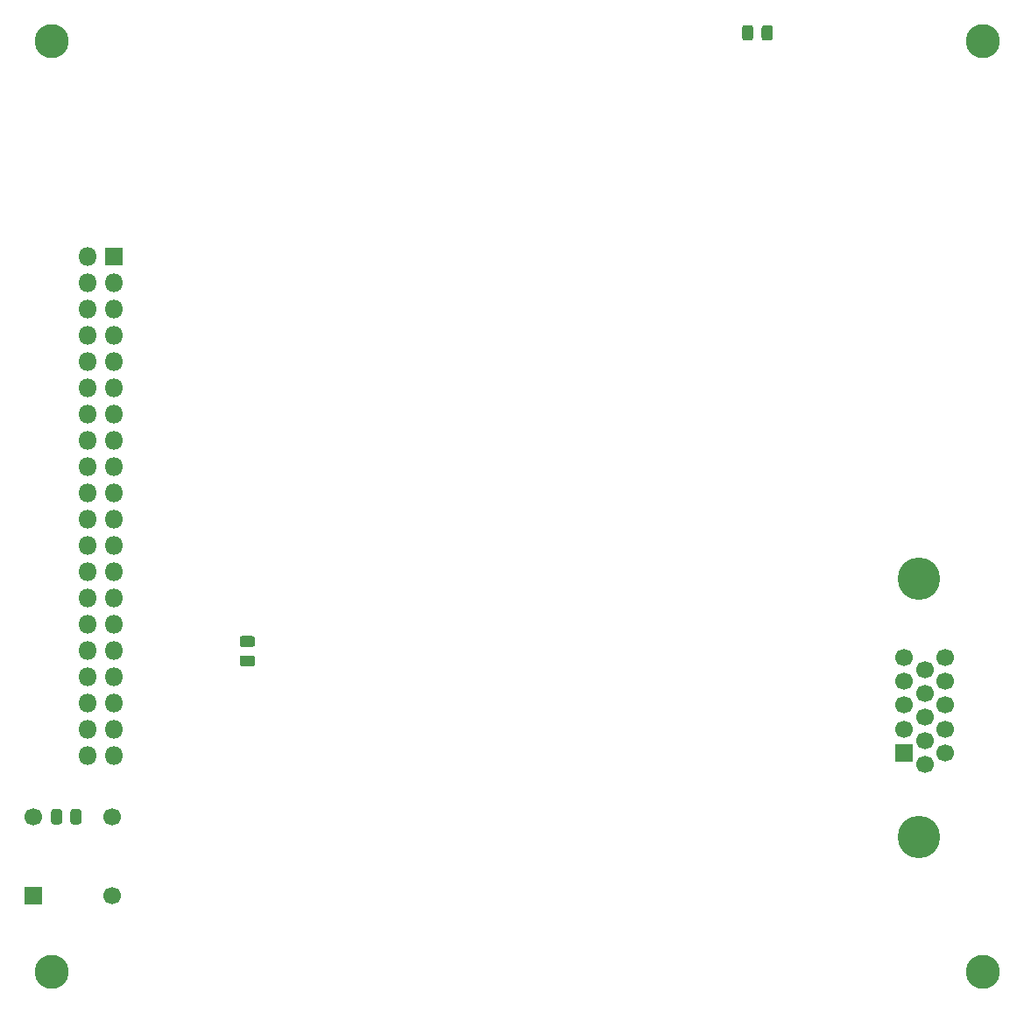
<source format=gbr>
%TF.GenerationSoftware,KiCad,Pcbnew,(5.1.6-0-10_14)*%
%TF.CreationDate,2020-12-19T15:47:54+01:00*%
%TF.ProjectId,vga,7667612e-6b69-4636-9164-5f7063625858,1*%
%TF.SameCoordinates,Original*%
%TF.FileFunction,Soldermask,Bot*%
%TF.FilePolarity,Negative*%
%FSLAX46Y46*%
G04 Gerber Fmt 4.6, Leading zero omitted, Abs format (unit mm)*
G04 Created by KiCad (PCBNEW (5.1.6-0-10_14)) date 2020-12-19 15:47:54*
%MOMM*%
%LPD*%
G01*
G04 APERTURE LIST*
%ADD10C,3.300000*%
%ADD11R,1.800000X1.800000*%
%ADD12O,1.800000X1.800000*%
%ADD13R,1.700000X1.700000*%
%ADD14C,1.700000*%
%ADD15C,4.100000*%
G04 APERTURE END LIST*
%TO.C,R6*%
G36*
G01*
X74381250Y-113600000D02*
X73418750Y-113600000D01*
G75*
G02*
X73150000Y-113331250I0J268750D01*
G01*
X73150000Y-112793750D01*
G75*
G02*
X73418750Y-112525000I268750J0D01*
G01*
X74381250Y-112525000D01*
G75*
G02*
X74650000Y-112793750I0J-268750D01*
G01*
X74650000Y-113331250D01*
G75*
G02*
X74381250Y-113600000I-268750J0D01*
G01*
G37*
G36*
G01*
X74381250Y-115475000D02*
X73418750Y-115475000D01*
G75*
G02*
X73150000Y-115206250I0J268750D01*
G01*
X73150000Y-114668750D01*
G75*
G02*
X73418750Y-114400000I268750J0D01*
G01*
X74381250Y-114400000D01*
G75*
G02*
X74650000Y-114668750I0J-268750D01*
G01*
X74650000Y-115206250D01*
G75*
G02*
X74381250Y-115475000I-268750J0D01*
G01*
G37*
%TD*%
%TO.C,C13*%
G36*
G01*
X54925000Y-130481250D02*
X54925000Y-129518750D01*
G75*
G02*
X55193750Y-129250000I268750J0D01*
G01*
X55731250Y-129250000D01*
G75*
G02*
X56000000Y-129518750I0J-268750D01*
G01*
X56000000Y-130481250D01*
G75*
G02*
X55731250Y-130750000I-268750J0D01*
G01*
X55193750Y-130750000D01*
G75*
G02*
X54925000Y-130481250I0J268750D01*
G01*
G37*
G36*
G01*
X56800000Y-130481250D02*
X56800000Y-129518750D01*
G75*
G02*
X57068750Y-129250000I268750J0D01*
G01*
X57606250Y-129250000D01*
G75*
G02*
X57875000Y-129518750I0J-268750D01*
G01*
X57875000Y-130481250D01*
G75*
G02*
X57606250Y-130750000I-268750J0D01*
G01*
X57068750Y-130750000D01*
G75*
G02*
X56800000Y-130481250I0J268750D01*
G01*
G37*
%TD*%
%TO.C,C17*%
G36*
G01*
X123600000Y-54681250D02*
X123600000Y-53718750D01*
G75*
G02*
X123868750Y-53450000I268750J0D01*
G01*
X124406250Y-53450000D01*
G75*
G02*
X124675000Y-53718750I0J-268750D01*
G01*
X124675000Y-54681250D01*
G75*
G02*
X124406250Y-54950000I-268750J0D01*
G01*
X123868750Y-54950000D01*
G75*
G02*
X123600000Y-54681250I0J268750D01*
G01*
G37*
G36*
G01*
X121725000Y-54681250D02*
X121725000Y-53718750D01*
G75*
G02*
X121993750Y-53450000I268750J0D01*
G01*
X122531250Y-53450000D01*
G75*
G02*
X122800000Y-53718750I0J-268750D01*
G01*
X122800000Y-54681250D01*
G75*
G02*
X122531250Y-54950000I-268750J0D01*
G01*
X121993750Y-54950000D01*
G75*
G02*
X121725000Y-54681250I0J268750D01*
G01*
G37*
%TD*%
D10*
%TO.C,H1*%
X55000000Y-55000000D03*
%TD*%
%TO.C,H2*%
X145000000Y-55000000D03*
%TD*%
%TO.C,H3*%
X55000000Y-145000000D03*
%TD*%
%TO.C,H4*%
X145000000Y-145000000D03*
%TD*%
D11*
%TO.C,J1*%
X61000000Y-75870000D03*
D12*
X58460000Y-75870000D03*
X61000000Y-78410000D03*
X58460000Y-78410000D03*
X61000000Y-80950000D03*
X58460000Y-80950000D03*
X61000000Y-83490000D03*
X58460000Y-83490000D03*
X61000000Y-86030000D03*
X58460000Y-86030000D03*
X61000000Y-88570000D03*
X58460000Y-88570000D03*
X61000000Y-91110000D03*
X58460000Y-91110000D03*
X61000000Y-93650000D03*
X58460000Y-93650000D03*
X61000000Y-96190000D03*
X58460000Y-96190000D03*
X61000000Y-98730000D03*
X58460000Y-98730000D03*
X61000000Y-101270000D03*
X58460000Y-101270000D03*
X61000000Y-103810000D03*
X58460000Y-103810000D03*
X61000000Y-106350000D03*
X58460000Y-106350000D03*
X61000000Y-108890000D03*
X58460000Y-108890000D03*
X61000000Y-111430000D03*
X58460000Y-111430000D03*
X61000000Y-113970000D03*
X58460000Y-113970000D03*
X61000000Y-116510000D03*
X58460000Y-116510000D03*
X61000000Y-119050000D03*
X58460000Y-119050000D03*
X61000000Y-121590000D03*
X58460000Y-121590000D03*
X61000000Y-124130000D03*
X58460000Y-124130000D03*
%TD*%
D13*
%TO.C,J2*%
X137400000Y-123800000D03*
D14*
X137400000Y-121510000D03*
X137400000Y-119220000D03*
X137400000Y-116930000D03*
X137400000Y-114640000D03*
X139380000Y-124945000D03*
X139380000Y-122655000D03*
X139380000Y-120365000D03*
X139380000Y-118075000D03*
X139380000Y-115785000D03*
X141360000Y-123800000D03*
X141360000Y-121510000D03*
X141360000Y-119220000D03*
X141360000Y-116930000D03*
X141360000Y-114640000D03*
D15*
X138820000Y-106985000D03*
X138820000Y-131985000D03*
%TD*%
D13*
%TO.C,X1*%
X53200000Y-137600000D03*
D14*
X53200000Y-129980000D03*
X60820000Y-129980000D03*
X60820000Y-137600000D03*
%TD*%
M02*

</source>
